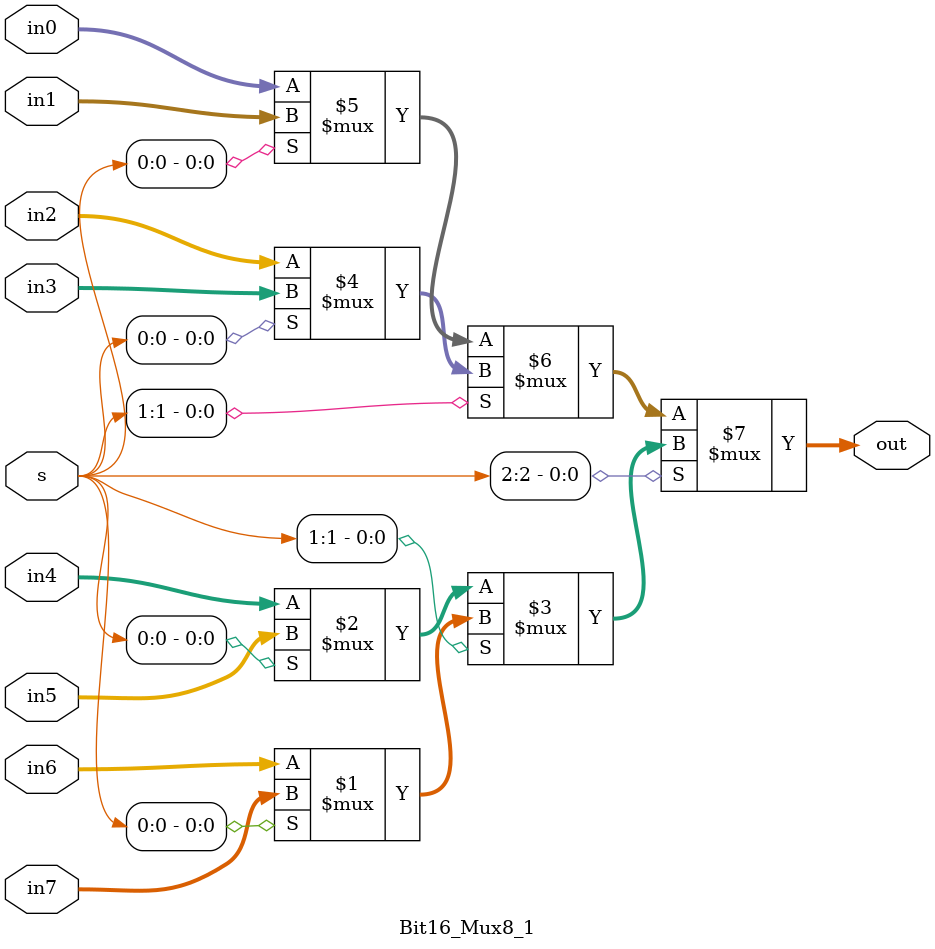
<source format=v>
/********************************************************************************************************
/		MODULE: Bit16_Mux8_1
/		PURPOSE: 8 input Mux with 3 select lines
/
/		INPUTS: in0 [15:0] - 000
/				in1 [15:0] - 001
/				in2 [15:0] - 010
/				in3 [15:0] - 011
/				in4 [15:0] - 100
/				in5 [15:0] - 101
/				in6 [15:0] - 110
/				in7 [15:0] - 111
/				s [2:0] - Select lines
/
/		OUTPUTS: out [15:0] - output of mux
********************************************************************************************************/
module Bit16_Mux8_1 (in0, in1, in2, in3, in4, in5, in6, in7, s, out);

	input [15:0] in0;
	input [15:0] in1;
	input [15:0] in2;
	input [15:0] in3;
	input [15:0] in4;
	input [15:0] in5;
	input [15:0] in6;
	input [15:0] in7;
	input [2:0] s;
	
	output [15:0] out;

	assign out = s[2] ?	(s[1] ? (s[0] ? in7 : in6) : (s[0] ? in5 : in4)) : (s[1] ? (s[0] ? in3 : in2) : (s[0] ? in1 : in0));

endmodule
</source>
